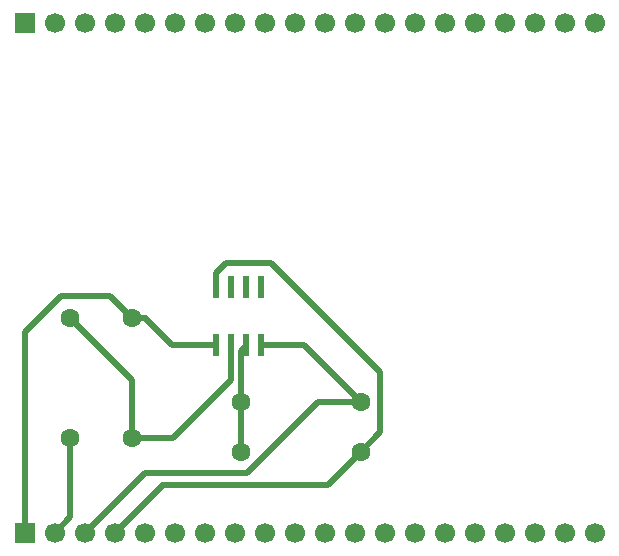
<source format=gbr>
%TF.GenerationSoftware,KiCad,Pcbnew,9.0.4*%
%TF.CreationDate,2025-09-12T16:42:54-04:00*%
%TF.ProjectId,Hall Effect Sensor,48616c6c-2045-4666-9665-63742053656e,rev?*%
%TF.SameCoordinates,Original*%
%TF.FileFunction,Copper,L1,Top*%
%TF.FilePolarity,Positive*%
%FSLAX46Y46*%
G04 Gerber Fmt 4.6, Leading zero omitted, Abs format (unit mm)*
G04 Created by KiCad (PCBNEW 9.0.4) date 2025-09-12 16:42:54*
%MOMM*%
%LPD*%
G01*
G04 APERTURE LIST*
%TA.AperFunction,SMDPad,CuDef*%
%ADD10R,0.558800X1.981200*%
%TD*%
%TA.AperFunction,ComponentPad*%
%ADD11C,1.600000*%
%TD*%
%TA.AperFunction,ComponentPad*%
%ADD12R,1.700000X1.700000*%
%TD*%
%TA.AperFunction,ComponentPad*%
%ADD13C,1.700000*%
%TD*%
%TA.AperFunction,Conductor*%
%ADD14C,0.500000*%
%TD*%
G04 APERTURE END LIST*
D10*
%TO.P,opamp1,1,OUTA*%
%TO.N,Vout+*%
X168595000Y-52713800D03*
%TO.P,opamp1,2,INA-*%
%TO.N,Net-(opamp1-INA-)*%
X169865000Y-52713800D03*
%TO.P,opamp1,3,INA+*%
%TO.N,V(2.5V)*%
X171135000Y-52713800D03*
%TO.P,opamp1,4,V-*%
%TO.N,GND*%
X172405000Y-52713800D03*
%TO.P,opamp1,5,INB+*%
%TO.N,unconnected-(opamp1-INB+-Pad5)*%
X172405000Y-47786200D03*
%TO.P,opamp1,6,INB-*%
%TO.N,unconnected-(opamp1-INB--Pad6)*%
X171135000Y-47786200D03*
%TO.P,opamp1,7,OUTB*%
%TO.N,unconnected-(opamp1-OUTB-Pad7)*%
X169865000Y-47786200D03*
%TO.P,opamp1,8,V+*%
%TO.N,+5V in*%
X168595000Y-47786200D03*
%TD*%
D11*
%TO.P,R4,1*%
%TO.N,GND*%
X180830000Y-57500000D03*
%TO.P,R4,2*%
%TO.N,V(2.5V)*%
X170670000Y-57500000D03*
%TD*%
%TO.P,R3,1*%
%TO.N,V(2.5V)*%
X170670000Y-61750000D03*
%TO.P,R3,2*%
%TO.N,+5V in*%
X180830000Y-61750000D03*
%TD*%
%TO.P,R2,1*%
%TO.N,Hall Effect Out*%
X156250000Y-60580000D03*
%TO.P,R2,2*%
%TO.N,Net-(opamp1-INA-)*%
X156250000Y-50420000D03*
%TD*%
%TO.P,R1,1*%
%TO.N,Vout+*%
X161500000Y-50420000D03*
%TO.P,R1,2*%
%TO.N,Net-(opamp1-INA-)*%
X161500000Y-60580000D03*
%TD*%
D12*
%TO.P,J2,1,1*%
%TO.N,fdskgnbdsfg*%
X152400000Y-25400000D03*
D13*
%TO.P,J2,2,2*%
%TO.N,dsfigbhrsdig*%
X154940000Y-25400000D03*
%TO.P,J2,3,3*%
%TO.N,usesless*%
X157480000Y-25400000D03*
%TO.P,J2,4,4*%
%TO.N,yumba*%
X160020000Y-25400000D03*
%TO.P,J2,5,5*%
%TO.N,poin*%
X162560000Y-25400000D03*
%TO.P,J2,6,6*%
%TO.N,unconnected-(J2-Pad6)*%
X165100000Y-25400000D03*
%TO.P,J2,7,7*%
%TO.N,unconnected-(J2-Pad7)*%
X167640000Y-25400000D03*
%TO.P,J2,8,8*%
%TO.N,unconnected-(J2-Pad8)*%
X170180000Y-25400000D03*
%TO.P,J2,9,9*%
%TO.N,unconnected-(J2-Pad9)*%
X172720000Y-25400000D03*
%TO.P,J2,10,10*%
%TO.N,unconnected-(J2-Pad10)*%
X175260000Y-25400000D03*
%TO.P,J2,11,11*%
%TO.N,unconnected-(J2-Pad11)*%
X177800000Y-25400000D03*
%TO.P,J2,12,12*%
%TO.N,unconnected-(J2-Pad12)*%
X180340000Y-25400000D03*
%TO.P,J2,13,13*%
%TO.N,unconnected-(J2-Pad13)*%
X182880000Y-25400000D03*
%TO.P,J2,14,14*%
%TO.N,unconnected-(J2-Pad14)*%
X185420000Y-25400000D03*
%TO.P,J2,15,15*%
%TO.N,unconnected-(J2-Pad15)*%
X187960000Y-25400000D03*
%TO.P,J2,16,16*%
%TO.N,unconnected-(J2-Pad16)*%
X190500000Y-25400000D03*
%TO.P,J2,17,17*%
%TO.N,unconnected-(J2-Pad17)*%
X193040000Y-25400000D03*
%TO.P,J2,18,18*%
%TO.N,unconnected-(J2-Pad18)*%
X195580000Y-25400000D03*
%TO.P,J2,19,19*%
%TO.N,unconnected-(J2-Pad19)*%
X198120000Y-25400000D03*
%TO.P,J2,20,20*%
%TO.N,unconnected-(J2-Pad20)*%
X200660000Y-25400000D03*
%TD*%
D12*
%TO.P,J1,1,1*%
%TO.N,Vout+*%
X152400000Y-68580000D03*
D13*
%TO.P,J1,2,2*%
%TO.N,Hall Effect Out*%
X154940000Y-68580000D03*
%TO.P,J1,3,3*%
%TO.N,GND*%
X157480000Y-68580000D03*
%TO.P,J1,4,4*%
%TO.N,+5V in*%
X160020000Y-68580000D03*
%TO.P,J1,5,5*%
%TO.N,unconnected-(J1-Pad5)*%
X162560000Y-68580000D03*
%TO.P,J1,6,6*%
%TO.N,unconnected-(J1-Pad6)*%
X165100000Y-68580000D03*
%TO.P,J1,7,7*%
%TO.N,unconnected-(J1-Pad7)*%
X167640000Y-68580000D03*
%TO.P,J1,8,8*%
%TO.N,unconnected-(J1-Pad8)*%
X170180000Y-68580000D03*
%TO.P,J1,9,9*%
%TO.N,unconnected-(J1-Pad9)*%
X172720000Y-68580000D03*
%TO.P,J1,10,10*%
%TO.N,unconnected-(J1-Pad10)*%
X175260000Y-68580000D03*
%TO.P,J1,11,11*%
%TO.N,unconnected-(J1-Pad11)*%
X177800000Y-68580000D03*
%TO.P,J1,12,12*%
%TO.N,unconnected-(J1-Pad12)*%
X180340000Y-68580000D03*
%TO.P,J1,13,13*%
%TO.N,unconnected-(J1-Pad13)*%
X182880000Y-68580000D03*
%TO.P,J1,14,14*%
%TO.N,unconnected-(J1-Pad14)*%
X185420000Y-68580000D03*
%TO.P,J1,15,15*%
%TO.N,unconnected-(J1-Pad15)*%
X187960000Y-68580000D03*
%TO.P,J1,16,16*%
%TO.N,unconnected-(J1-Pad16)*%
X190500000Y-68580000D03*
%TO.P,J1,17,17*%
%TO.N,unconnected-(J1-Pad17)*%
X193040000Y-68580000D03*
%TO.P,J1,18,18*%
%TO.N,unconnected-(J1-Pad18)*%
X195580000Y-68580000D03*
%TO.P,J1,19,19*%
%TO.N,unconnected-(J1-Pad19)*%
X198120000Y-68580000D03*
%TO.P,J1,20,20*%
%TO.N,unconnected-(J1-Pad20)*%
X200660000Y-68580000D03*
%TD*%
D14*
%TO.N,Vout+*%
X161500000Y-50420000D02*
X159580000Y-48500000D01*
X155500000Y-48500000D02*
X152400000Y-51600000D01*
X159580000Y-48500000D02*
X155500000Y-48500000D01*
X164873800Y-52713800D02*
X168595000Y-52713800D01*
X162580000Y-50420000D02*
X164873800Y-52713800D01*
X162670000Y-50420000D02*
X162580000Y-50420000D01*
X162580000Y-50420000D02*
X161500000Y-50420000D01*
X152400000Y-51600000D02*
X152400000Y-68580000D01*
%TO.N,Hall Effect Out*%
X156250000Y-60580000D02*
X156250000Y-67270000D01*
X156250000Y-67270000D02*
X154940000Y-68580000D01*
%TO.N,V(2.5V)*%
X170670000Y-61750000D02*
X170670000Y-57500000D01*
X170670000Y-57500000D02*
X170670000Y-53178800D01*
X170670000Y-53178800D02*
X171135000Y-52713800D01*
%TO.N,Net-(opamp1-INA-)*%
X169865000Y-55635000D02*
X169865000Y-52713800D01*
X169865000Y-55635000D02*
X164920000Y-60580000D01*
X161500000Y-60580000D02*
X161500000Y-55670000D01*
X161500000Y-55670000D02*
X156250000Y-50420000D01*
X164920000Y-60580000D02*
X161500000Y-60580000D01*
%TO.N,+5V in*%
X164000000Y-64600000D02*
X160020000Y-68580000D01*
X169460000Y-45750000D02*
X168595000Y-46615000D01*
X173250000Y-45750000D02*
X169460000Y-45750000D01*
X182500000Y-60080000D02*
X182500000Y-55000000D01*
X180830000Y-61750000D02*
X182500000Y-60080000D01*
X168595000Y-46615000D02*
X168595000Y-47786200D01*
X182500000Y-55000000D02*
X173250000Y-45750000D01*
X178080000Y-64500000D02*
X164000000Y-64500000D01*
X180830000Y-61750000D02*
X178080000Y-64500000D01*
X164000000Y-64500000D02*
X164000000Y-64600000D01*
%TO.N,GND*%
X162560000Y-63500000D02*
X157480000Y-68580000D01*
X180830000Y-57500000D02*
X177250000Y-57500000D01*
X172405000Y-52713800D02*
X176043800Y-52713800D01*
X171250000Y-63500000D02*
X162560000Y-63500000D01*
X176043800Y-52713800D02*
X180830000Y-57500000D01*
X177250000Y-57500000D02*
X171250000Y-63500000D01*
%TD*%
M02*

</source>
